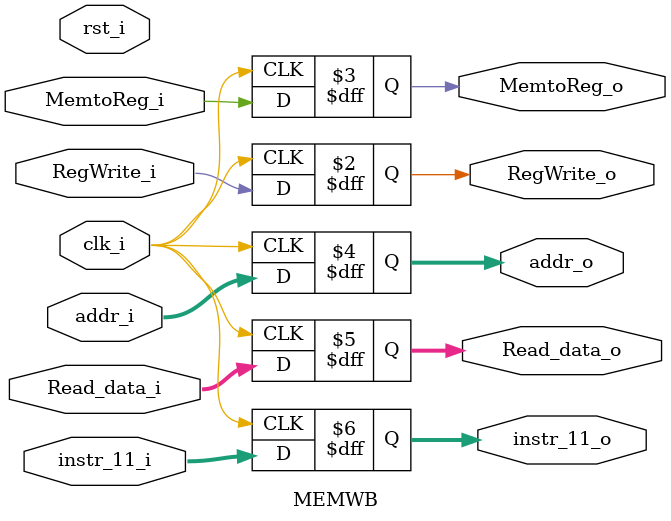
<source format=v>
module MEMWB(clk_i,
             rst_i,
             RegWrite_i,
             MemtoReg_i,
             addr_i,
             Read_data_i,
             instr_11_i,
             RegWrite_o,
             MemtoReg_o,
             addr_o,
             Read_data_o,
             instr_11_o);
    
    
    input clk_i,rst_i,RegWrite_i,MemtoReg_i;
    input [31:0] addr_i,Read_data_i;
    input [4:0]  instr_11_i;
    
    output reg RegWrite_o,MemtoReg_o;
    output reg [31:0] addr_o,Read_data_o;
    output reg [4:0]   instr_11_o;
    
    always @(posedge clk_i) begin
        
        RegWrite_o  <= RegWrite_i;
        MemtoReg_o  <= MemtoReg_i;
        addr_o      <= addr_i;
        Read_data_o <= Read_data_i;
        instr_11_o  <= instr_11_i;
        
    end
endmodule

</source>
